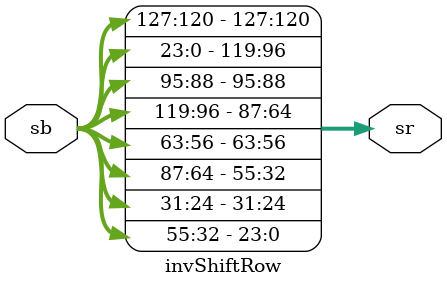
<source format=v>

module invShiftRow(sb, sr);

input [127:0] sb;
output [127:0] sr;

//1st column
assign    sr[127:120] = sb[127:120];
assign    sr[119:112] = sb[23:16];
assign    sr[111:104] = sb[15:8];
assign    sr[103:96]  = sb[7:0];

//2nd column
assign    sr[95:88]  = sb[95:88];
assign    sr[87:80] = sb[119:112];
assign    sr[79:72] = sb[111:104];
assign    sr[71:64] = sb[103:96];

// 3rd column
assign    sr[63:56] = sb[63:56];
assign    sr[55:48] = sb[87:80];
assign    sr[47:40] = sb[79:72];
assign    sr[39:32] = sb[71:64];

//4rth column
assign    sr[31:24] = sb[31:24];
assign    sr[23:16] = sb[55:48];
assign    sr[15:8]  = sb[47:40];
assign    sr[7:0]   = sb[39:32];

endmodule
</source>
